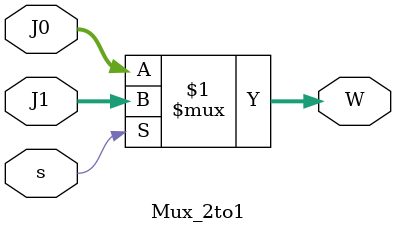
<source format=v>
module Mux_2to1 #(parameter N = 8) (s, J0, J1,  W);
    input s;
    input [N-1:0] J0;
    input [N-1:0] J1;
    output [N-1:0] W;
	assign W = s ? J1 : J0;
endmodule

</source>
